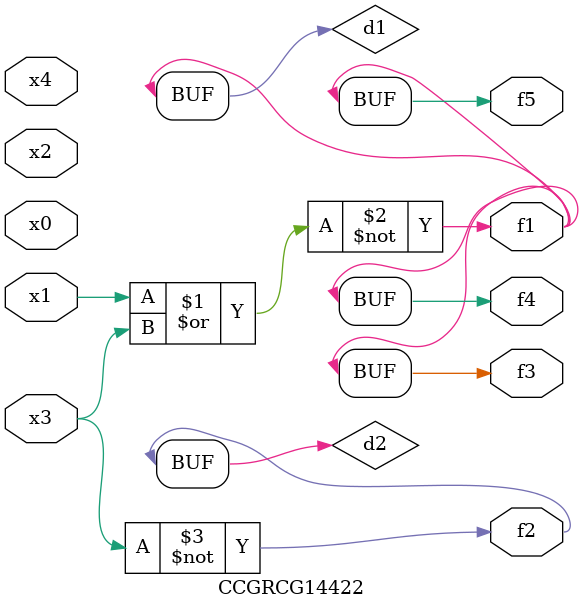
<source format=v>
module CCGRCG14422(
	input x0, x1, x2, x3, x4,
	output f1, f2, f3, f4, f5
);

	wire d1, d2;

	nor (d1, x1, x3);
	not (d2, x3);
	assign f1 = d1;
	assign f2 = d2;
	assign f3 = d1;
	assign f4 = d1;
	assign f5 = d1;
endmodule

</source>
